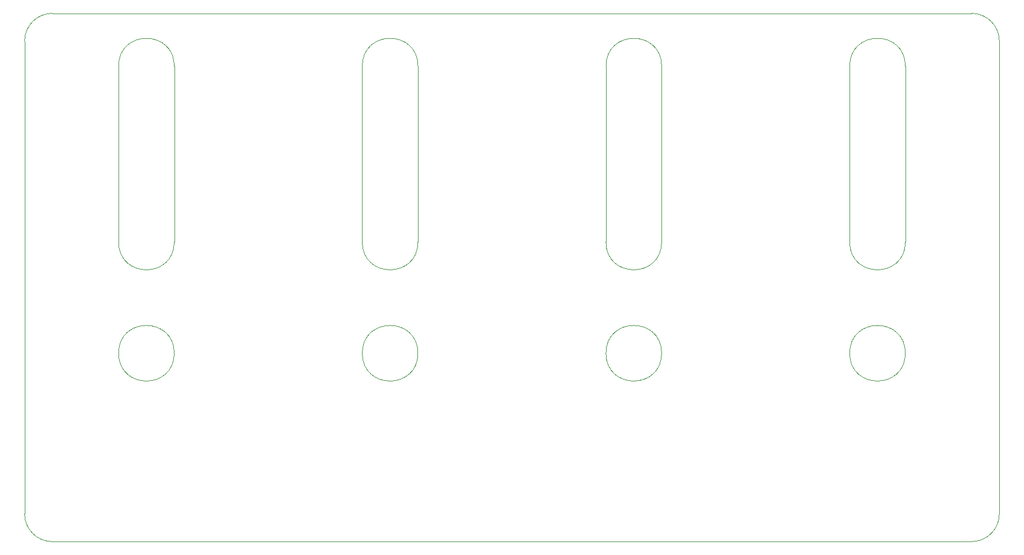
<source format=gm1>
G04 #@! TF.GenerationSoftware,KiCad,Pcbnew,(5.1.5)-3*
G04 #@! TF.CreationDate,2020-12-19T11:39:56-05:00*
G04 #@! TF.ProjectId,Deej_Controller,4465656a-5f43-46f6-9e74-726f6c6c6572,rev?*
G04 #@! TF.SameCoordinates,Original*
G04 #@! TF.FileFunction,Profile,NP*
%FSLAX46Y46*%
G04 Gerber Fmt 4.6, Leading zero omitted, Abs format (unit mm)*
G04 Created by KiCad (PCBNEW (5.1.5)-3) date 2020-12-19 11:39:56*
%MOMM*%
%LPD*%
G04 APERTURE LIST*
%ADD10C,0.050000*%
G04 APERTURE END LIST*
D10*
X201000000Y-56700000D02*
G75*
G02X209000000Y-56700000I4000000J0D01*
G01*
X209000000Y-56700000D02*
X209000000Y-82000000D01*
X209000000Y-82000000D02*
G75*
G02X201000000Y-82000000I-4000000J0D01*
G01*
X166000000Y-56700000D02*
G75*
G02X174000000Y-56700000I4000000J0D01*
G01*
X174000000Y-82000000D02*
G75*
G02X166000000Y-82000000I-4000000J0D01*
G01*
X174000000Y-56700000D02*
X174000000Y-82000000D01*
X131000000Y-56700000D02*
G75*
G02X139000000Y-56700000I4000000J0D01*
G01*
X139000000Y-56700000D02*
X139000000Y-82000000D01*
X139000000Y-82000000D02*
G75*
G02X131000000Y-82000000I-4000000J0D01*
G01*
X201000000Y-56700000D02*
X201000000Y-82000000D01*
X166000000Y-56700000D02*
X166000000Y-82000000D01*
X131000000Y-56700000D02*
X131000000Y-82000000D01*
X104000000Y-82000000D02*
G75*
G02X96000000Y-82000000I-4000000J0D01*
G01*
X96000000Y-56700000D02*
G75*
G02X104000000Y-56700000I4000000J0D01*
G01*
X104000000Y-56700000D02*
X104000000Y-82000000D01*
X96000000Y-56700000D02*
X96000000Y-82000000D01*
X104000000Y-98000000D02*
G75*
G03X104000000Y-98000000I-4000000J0D01*
G01*
X139000000Y-98000000D02*
G75*
G03X139000000Y-98000000I-4000000J0D01*
G01*
X174000000Y-98000000D02*
G75*
G03X174000000Y-98000000I-4000000J0D01*
G01*
X209000000Y-98000000D02*
G75*
G03X209000000Y-98000000I-4000000J0D01*
G01*
X218500000Y-49100000D02*
G75*
G02X222500000Y-53100000I0J-4000000D01*
G01*
X222500000Y-121100000D02*
G75*
G02X218500000Y-125100000I-4000000J0D01*
G01*
X86500000Y-125100000D02*
G75*
G02X82500000Y-121100000I0J4000000D01*
G01*
X82500000Y-53100000D02*
G75*
G02X86500000Y-49100000I4000000J0D01*
G01*
X222500000Y-53100000D02*
X222500000Y-121100000D01*
X82500000Y-121100000D02*
X82500000Y-53100000D01*
X86500000Y-49100000D02*
X218500000Y-49100000D01*
X86500000Y-125100000D02*
X218500000Y-125100000D01*
M02*

</source>
